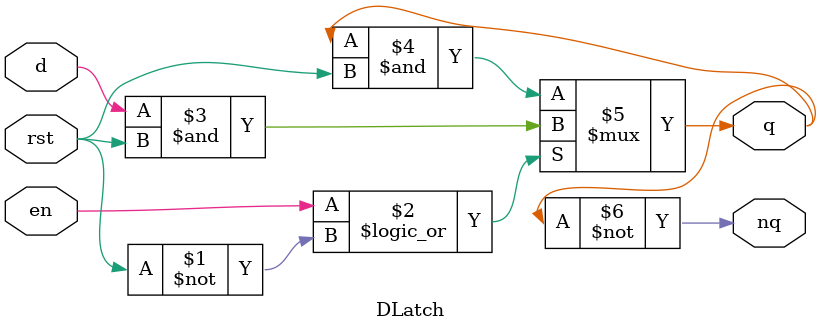
<source format=sv>
`timescale 1ns / 1ps


module DLatch (

    input  en,
    input  d,
    input  rst,
    output q,
    output nq
);

  assign q = en || ~rst ? d & rst : q & rst;
  assign nq = ~q;
endmodule

</source>
